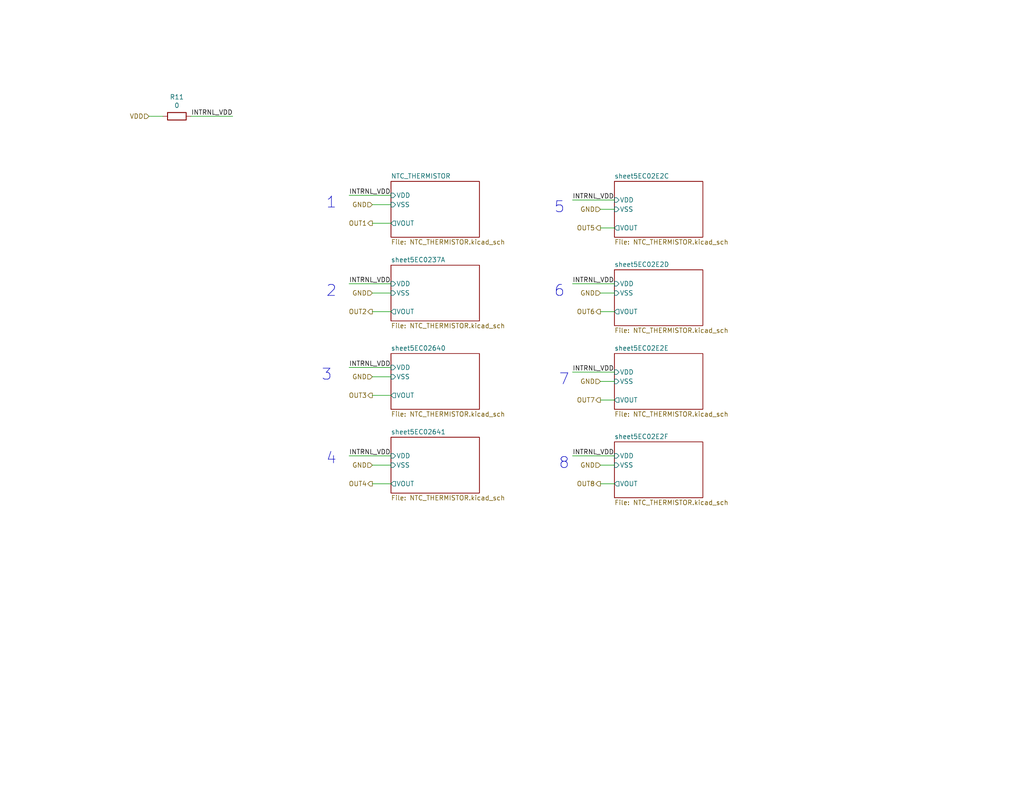
<source format=kicad_sch>
(kicad_sch (version 20231120) (generator "eeschema") (generator_version "8.0")
  (paper "A")
  (title_block (title "Temperature Sensors") (date "2020-05-05"))
  (lib_symbols
    (symbol "Device:R" (pin_numbers hide) (pin_names (offset 0))
      (property "Reference" "R" (at 2.032 0 90))
      (property "Value" "R" (at 0 0 90))
      (symbol "R_0_1"
        (rectangle (start -1.016 -2.54) (end 1.016 2.54) (stroke (width 0.254)))
      )
      (symbol "R_1_1"
        (pin passive line (at 0 3.81 270) (length 1.27) (name "~") (number "1"))
        (pin passive line (at 0 -3.81 90) (length 1.27) (name "~") (number "2"))
      )
    )
  )
  (wire (pts (xy 101.6 107.95) (xy 106.68 107.95)))
  (wire (pts (xy 101.6 127) (xy 106.68 127)))
  (wire (pts (xy 167.64 77.47) (xy 156.21 77.47)))
  (wire (pts (xy 40.64 31.75) (xy 44.45 31.75)))
  (wire (pts (xy 101.6 102.87) (xy 106.68 102.87)))
  (wire (pts (xy 101.6 85.09) (xy 106.68 85.09)))
  (wire (pts (xy 163.83 109.22) (xy 167.64 109.22)))
  (wire (pts (xy 101.6 60.96) (xy 106.68 60.96)))
  (wire (pts (xy 163.83 80.01) (xy 167.64 80.01)))
  (wire (pts (xy 163.83 127) (xy 167.64 127)))
  (wire (pts (xy 101.6 132.08) (xy 106.68 132.08)))
  (wire (pts (xy 167.64 54.61) (xy 156.21 54.61)))
  (wire (pts (xy 163.83 132.08) (xy 167.64 132.08)))
  (wire (pts (xy 106.68 124.46) (xy 95.25 124.46)))
  (wire (pts (xy 163.83 85.09) (xy 167.64 85.09)))
  (wire (pts (xy 163.83 104.14) (xy 167.64 104.14)))
  (wire (pts (xy 52.07 31.75) (xy 63.5 31.75)))
  (wire (pts (xy 163.83 57.15) (xy 167.64 57.15)))
  (wire (pts (xy 106.68 77.47) (xy 95.25 77.47)))
  (wire (pts (xy 167.64 124.46) (xy 156.21 124.46)))
  (wire (pts (xy 163.83 62.23) (xy 167.64 62.23)))
  (wire (pts (xy 106.68 53.34) (xy 95.25 53.34)))
  (wire (pts (xy 101.6 55.88) (xy 106.68 55.88)))
  (wire (pts (xy 167.64 101.6) (xy 156.21 101.6)))
  (wire (pts (xy 101.6 80.01) (xy 106.68 80.01)))
  (wire (pts (xy 106.68 100.33) (xy 95.25 100.33)))
  (text "4" (at 88.9 127 0) (effects (font (size 2.9972 2.9972)) (justify left bottom)))
  (text "8" (at 152.4 128.27 0) (effects (font (size 2.9972 2.9972)) (justify left bottom)))
  (text "5" (at 151.13 58.42 0) (effects (font (size 2.9972 2.9972)) (justify left bottom)))
  (text "2" (at 88.9 81.28 0) (effects (font (size 2.9972 2.9972)) (justify left bottom)))
  (text "1" (at 88.9 57.15 0) (effects (font (size 2.9972 2.9972)) (justify left bottom)))
  (text "7" (at 152.4 105.41 0) (effects (font (size 2.9972 2.9972)) (justify left bottom)))
  (text "6" (at 151.13 81.28 0) (effects (font (size 2.9972 2.9972)) (justify left bottom)))
  (text "3" (at 87.63 104.14 0) (effects (font (size 2.9972 2.9972)) (justify left bottom)))
  (label "INTRNL_VDD" (at 95.25 53.34 0))
  (label "INTRNL_VDD" (at 156.21 54.61 0))
  (label "INTRNL_VDD" (at 95.25 77.47 0))
  (label "INTRNL_VDD" (at 63.5 31.75 180))
  (label "INTRNL_VDD" (at 156.21 77.47 0))
  (label "INTRNL_VDD" (at 95.25 100.33 0))
  (label "INTRNL_VDD" (at 95.25 124.46 0))
  (label "INTRNL_VDD" (at 156.21 101.6 0))
  (label "INTRNL_VDD" (at 156.21 124.46 0))
  (hierarchical_label "OUT7" (shape output) (at 163.83 109.22 180))
  (hierarchical_label "OUT4" (shape output) (at 101.6 132.08 180))
  (hierarchical_label "GND" (shape input) (at 101.6 55.88 180))
  (hierarchical_label "OUT2" (shape output) (at 101.6 85.09 180))
  (hierarchical_label "GND" (shape input) (at 163.83 127 180))
  (hierarchical_label "GND" (shape input) (at 101.6 127 180))
  (hierarchical_label "OUT8" (shape output) (at 163.83 132.08 180))
  (hierarchical_label "GND" (shape input) (at 163.83 104.14 180))
  (hierarchical_label "GND" (shape input) (at 101.6 80.01 180))
  (hierarchical_label "GND" (shape input) (at 101.6 102.87 180))
  (hierarchical_label "OUT3" (shape output) (at 101.6 107.95 180))
  (hierarchical_label "OUT5" (shape output) (at 163.83 62.23 180))
  (hierarchical_label "OUT1" (shape output) (at 101.6 60.96 180))
  (hierarchical_label "GND" (shape input) (at 163.83 80.01 180))
  (hierarchical_label "OUT6" (shape output) (at 163.83 85.09 180))
  (hierarchical_label "VDD" (shape input) (at 40.64 31.75 180))
  (hierarchical_label "GND" (shape input) (at 163.83 57.15 180))
  (symbol (lib_id "Device:R") (at 48.26 31.75 270) (unit 1)
    (property "Reference" "R11" (at 48.26 26.4922 90))
    (property "Value" "0" (at 48.26 28.8036 90))
    (property "Footprint" "Resistor_SMD:R_0603_1608Metric_Pad0.98x0.95mm_HandSolder" (effects (hide yes)))
    (property "Mfr. #" "RK73Z1JTTD" (effects (hide yes)))
    (property "Order" "https://www.digikey.com/product-detail/en/koa-speer-electronics-inc/RK73Z1JTTD/2019-RK73Z1JTTDCT-ND/9847522" (effects (hide yes)))
    (instances (project "" (path "" (reference "R11") (unit 1)) (path "" (reference "R?") (unit 1))))
  )
  (sheet (at 106.68 49.53) (size 24.13 15.24)
    (property "Sheetname" "NTC_THERMISTOR" (at 106.68 48.8184 0) (effects (justify left bottom)))
    (property "Sheetfile" "NTC_THERMISTOR.kicad_sch" (at 106.68 65.3546 0) (effects (justify left top)))
    (pin "VSS" input (at 106.68 55.88 180))
    (pin "VDD" input (at 106.68 53.34 180))
    (pin "VOUT" output (at 106.68 60.96 180))
  )
  (sheet (at 106.68 72.39) (size 24.13 15.24)
    (property "Sheetname" "sheet5EC0237A" (at 106.68 71.6784 0) (effects (justify left bottom)))
    (property "Sheetfile" "NTC_THERMISTOR.kicad_sch" (at 106.68 88.2146 0) (effects (justify left top)))
    (pin "VSS" input (at 106.68 80.01 180))
    (pin "VDD" input (at 106.68 77.47 180))
    (pin "VOUT" output (at 106.68 85.09 180))
  )
  (sheet (at 106.68 96.52) (size 24.13 15.24)
    (property "Sheetname" "sheet5EC02640" (at 106.68 95.8084 0) (effects (justify left bottom)))
    (property "Sheetfile" "NTC_THERMISTOR.kicad_sch" (at 106.68 112.3446 0) (effects (justify left top)))
    (pin "VSS" input (at 106.68 102.87 180))
    (pin "VDD" input (at 106.68 100.33 180))
    (pin "VOUT" output (at 106.68 107.95 180))
  )
  (sheet (at 106.68 119.38) (size 24.13 15.24)
    (property "Sheetname" "sheet5EC02641" (at 106.68 118.6684 0) (effects (justify left bottom)))
    (property "Sheetfile" "NTC_THERMISTOR.kicad_sch" (at 106.68 135.2046 0) (effects (justify left top)))
    (pin "VSS" input (at 106.68 127 180))
    (pin "VDD" input (at 106.68 124.46 180))
    (pin "VOUT" output (at 106.68 132.08 180))
  )
  (sheet (at 167.64 49.53) (size 24.13 15.24)
    (property "Sheetname" "sheet5EC02E2C" (at 167.64 48.8184 0) (effects (justify left bottom)))
    (property "Sheetfile" "NTC_THERMISTOR.kicad_sch" (at 167.64 65.3546 0) (effects (justify left top)))
    (pin "VSS" input (at 167.64 57.15 180))
    (pin "VDD" input (at 167.64 54.61 180))
    (pin "VOUT" output (at 167.64 62.23 180))
  )
  (sheet (at 167.64 73.66) (size 24.13 15.24)
    (property "Sheetname" "sheet5EC02E2D" (at 167.64 72.9484 0) (effects (justify left bottom)))
    (property "Sheetfile" "NTC_THERMISTOR.kicad_sch" (at 167.64 89.4846 0) (effects (justify left top)))
    (pin "VSS" input (at 167.64 80.01 180))
    (pin "VDD" input (at 167.64 77.47 180))
    (pin "VOUT" output (at 167.64 85.09 180))
  )
  (sheet (at 167.64 96.52) (size 24.13 15.24)
    (property "Sheetname" "sheet5EC02E2E" (at 167.64 95.8084 0) (effects (justify left bottom)))
    (property "Sheetfile" "NTC_THERMISTOR.kicad_sch" (at 167.64 112.3446 0) (effects (justify left top)))
    (pin "VSS" input (at 167.64 104.14 180))
    (pin "VDD" input (at 167.64 101.6 180))
    (pin "VOUT" output (at 167.64 109.22 180))
  )
  (sheet (at 167.64 120.65) (size 24.13 15.24)
    (property "Sheetname" "sheet5EC02E2F" (at 167.64 119.9384 0) (effects (justify left bottom)))
    (property "Sheetfile" "NTC_THERMISTOR.kicad_sch" (at 167.64 136.4746 0) (effects (justify left top)))
    (pin "VSS" input (at 167.64 127 180))
    (pin "VDD" input (at 167.64 124.46 180))
    (pin "VOUT" output (at 167.64 132.08 180))
  )
)
</source>
